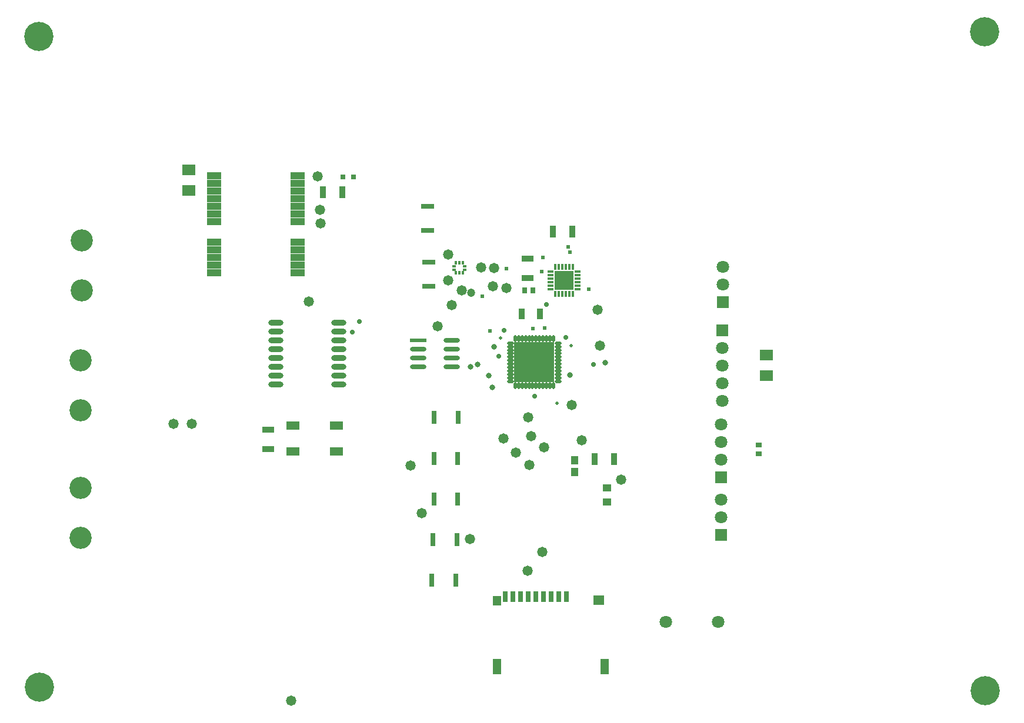
<source format=gbr>
%TF.GenerationSoftware,Altium Limited,Altium Designer,25.8.1 (18)*%
G04 Layer_Color=8388736*
%FSLAX45Y45*%
%MOMM*%
%TF.SameCoordinates,56FEC790-4A4F-4F9A-8951-50DBF4044865*%
%TF.FilePolarity,Negative*%
%TF.FileFunction,Soldermask,Top*%
%TF.Part,Single*%
G01*
G75*
%TA.AperFunction,SMDPad,CuDef*%
%ADD12R,0.95606X1.60981*%
%ADD20R,0.70000X1.60000*%
G04:AMPARAMS|DCode=23|XSize=2.37707mm|YSize=0.62213mm|CornerRadius=0.31107mm|HoleSize=0mm|Usage=FLASHONLY|Rotation=0.000|XOffset=0mm|YOffset=0mm|HoleType=Round|Shape=RoundedRectangle|*
%AMROUNDEDRECTD23*
21,1,2.37707,0.00000,0,0,0.0*
21,1,1.75494,0.62213,0,0,0.0*
1,1,0.62213,0.87747,0.00000*
1,1,0.62213,-0.87747,0.00000*
1,1,0.62213,-0.87747,0.00000*
1,1,0.62213,0.87747,0.00000*
%
%ADD23ROUNDEDRECTD23*%
%ADD24R,1.01213X1.15814*%
%ADD25R,0.95000X1.70000*%
%ADD26R,1.85822X1.60376*%
%ADD27R,0.90000X0.75000*%
%ADD28R,1.25000X1.00000*%
%ADD29R,1.90620X0.75620*%
%ADD30R,0.75620X1.90620*%
%ADD31R,1.70000X0.95000*%
%ADD32R,0.75000X0.90000*%
%ADD33R,2.37707X0.62213*%
%ADD34R,0.70000X0.80000*%
%ADD36R,1.20000X1.40000*%
%ADD37R,1.20000X2.20000*%
%ADD38R,1.60000X1.40000*%
%ADD65O,0.45320X1.00320*%
%ADD66R,0.47820X0.45320*%
%ADD67R,0.45320X0.47820*%
%ADD68R,0.35000X0.90000*%
%ADD69R,2.80000X2.70000*%
%ADD70R,0.90000X0.35000*%
%ADD71R,5.80320X5.80320*%
%ADD72O,1.00320X0.45320*%
%ADD73R,2.00320X1.00320*%
%ADD74O,2.20320X0.80320*%
%ADD75R,1.90000X1.20000*%
%TA.AperFunction,ComponentPad*%
%ADD76C,1.80000*%
%ADD77R,1.80000X1.80000*%
%TA.AperFunction,ViaPad*%
%ADD78C,4.20320*%
%ADD79C,1.47320*%
%ADD80C,0.70320*%
%ADD81C,0.60320*%
%ADD82C,1.20320*%
%ADD83C,0.80320*%
%ADD84C,0.50320*%
%ADD85C,3.20320*%
D12*
X9859892Y8320000D02*
D03*
X10120108D02*
D03*
D20*
X10064600Y4250825D02*
D03*
X9844600D02*
D03*
X10394600D02*
D03*
X10284600D02*
D03*
X10174600D02*
D03*
X9954600D02*
D03*
X10504600D02*
D03*
X9734600D02*
D03*
X9624600D02*
D03*
D23*
X8851753Y7686500D02*
D03*
Y7559500D02*
D03*
Y7813500D02*
D03*
X8368247D02*
D03*
Y7686500D02*
D03*
Y7559500D02*
D03*
X8851753Y7940500D02*
D03*
D24*
X10622500Y6212699D02*
D03*
Y6047301D02*
D03*
D25*
X10587500Y9510000D02*
D03*
X11190000Y6232500D02*
D03*
X7000000Y10070000D02*
D03*
X10307500Y9510000D02*
D03*
X10910000Y6232500D02*
D03*
X7280000Y10070000D02*
D03*
D26*
X13380000Y7727561D02*
D03*
Y7432439D02*
D03*
X5070000Y10102439D02*
D03*
Y10397561D02*
D03*
D27*
X13270000Y6310000D02*
D03*
Y6430000D02*
D03*
D28*
X11085000Y5615000D02*
D03*
Y5815000D02*
D03*
D29*
X8520000Y8717500D02*
D03*
X8500000Y9872500D02*
D03*
X8520000Y9062500D02*
D03*
X8500000Y9527500D02*
D03*
D30*
X8596064Y6828004D02*
D03*
X8593564Y6238004D02*
D03*
Y5658004D02*
D03*
X8583564Y5068004D02*
D03*
X8563564Y4488004D02*
D03*
X8941064Y6828004D02*
D03*
X8938564Y5658004D02*
D03*
Y6238004D02*
D03*
X8928564Y5068004D02*
D03*
X8908564Y4488004D02*
D03*
D31*
X9940000Y8840000D02*
D03*
X6207500Y6655000D02*
D03*
Y6375000D02*
D03*
X9940000Y9120000D02*
D03*
D32*
X9900000Y8657500D02*
D03*
X10020000D02*
D03*
D33*
X8368247Y7940500D02*
D03*
D34*
X7285000Y10290000D02*
D03*
X7435000D02*
D03*
D36*
X9504600Y4190825D02*
D03*
D37*
Y3240825D02*
D03*
X11054600Y3240825D02*
D03*
D38*
X10964600Y4200825D02*
D03*
D65*
X9965000Y7965000D02*
D03*
X10115000D02*
D03*
Y7285000D02*
D03*
X10065000D02*
D03*
X10015000D02*
D03*
X9765001D02*
D03*
X9865000D02*
D03*
X9815000Y7965000D02*
D03*
X10265000Y7285000D02*
D03*
X10165000D02*
D03*
X10315000D02*
D03*
X9765001Y7965000D02*
D03*
X9915000Y7285000D02*
D03*
X9815000D02*
D03*
X10165000Y7965000D02*
D03*
X9915000D02*
D03*
X10215000Y7285000D02*
D03*
X10065000Y7965000D02*
D03*
X10015000D02*
D03*
X9865000D02*
D03*
X9965000Y7285000D02*
D03*
X10315000Y7965000D02*
D03*
X10265000D02*
D03*
X10215000D02*
D03*
D66*
X8885000Y9010000D02*
D03*
Y8960000D02*
D03*
X9035000Y9010000D02*
D03*
Y8960000D02*
D03*
D67*
X9010000Y9060000D02*
D03*
Y8910000D02*
D03*
X8910000D02*
D03*
Y9060000D02*
D03*
X8960000D02*
D03*
Y8910000D02*
D03*
D68*
X10445000Y9000000D02*
D03*
X10495000Y8610000D02*
D03*
X10445000D02*
D03*
X10345000D02*
D03*
X10395000Y9000000D02*
D03*
X10595000D02*
D03*
X10395000Y8610000D02*
D03*
X10345000Y9000000D02*
D03*
X10495000D02*
D03*
X10545000D02*
D03*
Y8610000D02*
D03*
X10595000D02*
D03*
D69*
X10470000Y8805000D02*
D03*
D70*
X10275000Y8730000D02*
D03*
Y8780000D02*
D03*
Y8830000D02*
D03*
Y8880000D02*
D03*
X10665000Y8930000D02*
D03*
Y8880000D02*
D03*
Y8830000D02*
D03*
Y8780000D02*
D03*
Y8730000D02*
D03*
X10275000Y8680000D02*
D03*
X10665000D02*
D03*
X10275000Y8930000D02*
D03*
D71*
X10040000Y7625000D02*
D03*
D72*
X10380000Y7450000D02*
D03*
Y7400000D02*
D03*
X9700000D02*
D03*
Y7450000D02*
D03*
Y7600000D02*
D03*
Y7650000D02*
D03*
Y7700000D02*
D03*
Y7750000D02*
D03*
Y7800000D02*
D03*
Y7850000D02*
D03*
X10380000Y7750000D02*
D03*
X9700000Y7550000D02*
D03*
X10380000Y7850000D02*
D03*
Y7800000D02*
D03*
X9700000Y7900000D02*
D03*
Y7500000D02*
D03*
X10380000Y7900000D02*
D03*
X9700000Y7350000D02*
D03*
X10380000Y7600000D02*
D03*
Y7550000D02*
D03*
Y7650000D02*
D03*
Y7500000D02*
D03*
Y7350000D02*
D03*
Y7700000D02*
D03*
D73*
X6630000Y9870001D02*
D03*
Y9980001D02*
D03*
Y10200001D02*
D03*
Y10310001D02*
D03*
Y8910000D02*
D03*
X5430000Y9130001D02*
D03*
Y8910000D02*
D03*
Y10310001D02*
D03*
Y10200001D02*
D03*
Y10090001D02*
D03*
Y9980001D02*
D03*
Y9870001D02*
D03*
Y9760001D02*
D03*
Y9650001D02*
D03*
Y9350001D02*
D03*
Y9240001D02*
D03*
Y9020001D02*
D03*
X6630000Y10090001D02*
D03*
Y9760001D02*
D03*
Y9650001D02*
D03*
Y9350001D02*
D03*
Y9240001D02*
D03*
Y9130001D02*
D03*
Y9020001D02*
D03*
D74*
X7222500Y8192000D02*
D03*
Y8065000D02*
D03*
X6322500D02*
D03*
X7222500Y7811000D02*
D03*
X6322500Y8192000D02*
D03*
Y7938000D02*
D03*
Y7811000D02*
D03*
Y7684000D02*
D03*
Y7557000D02*
D03*
Y7430000D02*
D03*
Y7303000D02*
D03*
X7222500Y7938000D02*
D03*
Y7684000D02*
D03*
Y7557000D02*
D03*
Y7430000D02*
D03*
Y7303000D02*
D03*
D75*
X7187500Y6710000D02*
D03*
X6567500D02*
D03*
X7187500Y6340000D02*
D03*
X6567500D02*
D03*
D76*
X12743793Y7322857D02*
D03*
X12730000Y6222000D02*
D03*
Y6476000D02*
D03*
Y5390000D02*
D03*
X11930000Y3882500D02*
D03*
X12752885Y8741546D02*
D03*
X12743793Y7830857D02*
D03*
Y7576857D02*
D03*
X12730000Y6730000D02*
D03*
X12690000Y3882500D02*
D03*
X12752885Y8995546D02*
D03*
X12730000Y5644000D02*
D03*
X12743793Y7068857D02*
D03*
D77*
Y8084857D02*
D03*
X12730000Y5968000D02*
D03*
X12752885Y8487546D02*
D03*
X12730000Y5136000D02*
D03*
D78*
X16532500Y2892500D02*
D03*
X16525000Y12385001D02*
D03*
X2915000Y2945000D02*
D03*
X2910000Y12320001D02*
D03*
D79*
X9272500Y8989614D02*
D03*
X8802500Y8801650D02*
D03*
X8992360Y8662567D02*
D03*
X6920000Y10300000D02*
D03*
X6960000Y9622500D02*
D03*
X6957500Y9822500D02*
D03*
X6792500Y8497500D02*
D03*
X9462500Y8985000D02*
D03*
X10952500Y8380000D02*
D03*
X9772500Y6322500D02*
D03*
X9997500Y6560000D02*
D03*
X9597500Y6527500D02*
D03*
X9955000Y6827500D02*
D03*
X9965000Y6142500D02*
D03*
X10182500Y6395000D02*
D03*
X11292500Y5937500D02*
D03*
X9642500Y8690000D02*
D03*
X9447500Y8720000D02*
D03*
X8852500Y8450100D02*
D03*
X8645000Y8145000D02*
D03*
X10577500Y7007500D02*
D03*
X10982500Y7860000D02*
D03*
X10155000Y4895000D02*
D03*
X8417500Y5452500D02*
D03*
X4842500Y6740000D02*
D03*
X10725000Y6502500D02*
D03*
X9942500Y4625000D02*
D03*
X8802500Y9180000D02*
D03*
X9115000Y5082500D02*
D03*
X5110000Y6737500D02*
D03*
X8255000Y6135000D02*
D03*
X6540000Y2750000D02*
D03*
D80*
X10217500Y8455467D02*
D03*
X10492500Y7980000D02*
D03*
X9607500Y8087500D02*
D03*
X10260000Y7405000D02*
D03*
X10150001D02*
D03*
X10040000D02*
D03*
X9930000D02*
D03*
X9820000D02*
D03*
X10260000Y7515000D02*
D03*
X10150001D02*
D03*
X10040000D02*
D03*
X9930000D02*
D03*
X9820000D02*
D03*
X10260000Y7625000D02*
D03*
X10150001D02*
D03*
X10040000D02*
D03*
X9930000D02*
D03*
X9820000D02*
D03*
X10260000Y7735000D02*
D03*
X10150001D02*
D03*
X10040000D02*
D03*
X9930000D02*
D03*
X9820000D02*
D03*
X10260000Y7845000D02*
D03*
X10150001D02*
D03*
X10040000D02*
D03*
X9930000D02*
D03*
X9820000D02*
D03*
X10042500Y7132700D02*
D03*
X7520000Y8210000D02*
D03*
X10892500Y7595000D02*
D03*
X9532500Y7715000D02*
D03*
X7420000Y8062500D02*
D03*
D81*
X9288800Y8576667D02*
D03*
X9637500Y8972500D02*
D03*
X9405000Y8075000D02*
D03*
X10167500Y9132500D02*
D03*
X10150000Y8932500D02*
D03*
X10555000Y9207500D02*
D03*
X10527500Y9287500D02*
D03*
X10822500Y8680000D02*
D03*
X10189274Y8115726D02*
D03*
X10022300Y8108100D02*
D03*
D82*
X9130781Y8622800D02*
D03*
D83*
X9225567Y7594778D02*
D03*
X11057500Y7614400D02*
D03*
X10554400Y7440000D02*
D03*
X9120600Y7560000D02*
D03*
X9387500Y7430000D02*
D03*
X9457500Y7844400D02*
D03*
X9437500Y7265000D02*
D03*
D84*
X9553100Y7975000D02*
D03*
X10572500Y7862200D02*
D03*
X10370000Y7037500D02*
D03*
D85*
X3505000Y5095011D02*
D03*
X3522500Y9380000D02*
D03*
X3512500Y7655000D02*
D03*
X3505000Y5815000D02*
D03*
X3512500Y6935011D02*
D03*
X3522500Y8660011D02*
D03*
%TF.MD5,5985b9f74855e15fb298263dc5e80cd3*%
M02*

</source>
